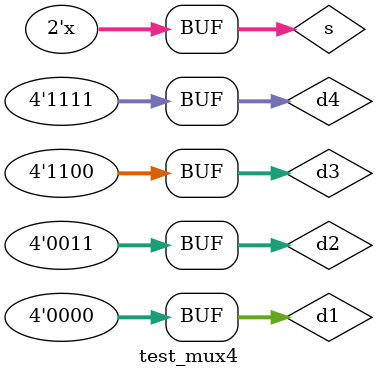
<source format=v>
module test_mux4;

reg[3:0] d1, d2, d3, d4;
reg[1:0] s;
wire[3:0] y;

mux4 tmux4(d1, d2, d3, d4, s, y);

initial begin
d1 = 4'b0000;
d2 = 4'b0011;
d3 = 4'b1100;
d4 = 4'b1111;

s = 2'b00;
end

always #10 s = s + 1;

endmodule

</source>
